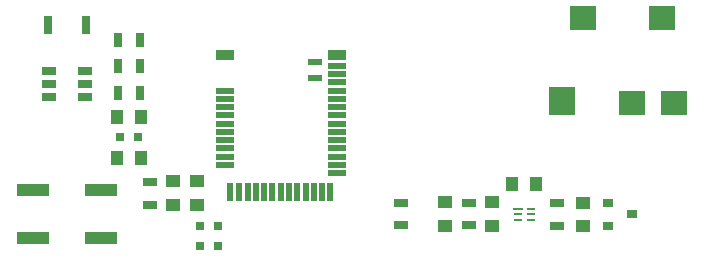
<source format=gtp>
G04 #@! TF.GenerationSoftware,KiCad,Pcbnew,no-vcs-found-e5c4cfc~61~ubuntu16.04.1*
G04 #@! TF.CreationDate,2017-11-03T16:10:43+05:30*
G04 #@! TF.ProjectId,snap_rev2,736E61705F726576322E6B696361645F,rev?*
G04 #@! TF.SameCoordinates,Original*
G04 #@! TF.FileFunction,Paste,Top*
G04 #@! TF.FilePolarity,Positive*
%FSLAX46Y46*%
G04 Gerber Fmt 4.6, Leading zero omitted, Abs format (unit mm)*
G04 Created by KiCad (PCBNEW no-vcs-found-e5c4cfc~61~ubuntu16.04.1) date Fri Nov  3 16:10:43 2017*
%MOMM*%
%LPD*%
G01*
G04 APERTURE LIST*
%ADD10R,0.700000X1.300000*%
%ADD11R,0.750000X1.600000*%
%ADD12R,1.200000X0.500000*%
%ADD13R,1.600000X0.900000*%
%ADD14R,1.600000X0.500000*%
%ADD15R,0.500000X1.600000*%
%ADD16R,0.850000X0.280000*%
%ADD17R,0.750000X0.280000*%
%ADD18R,1.300000X0.700000*%
%ADD19R,0.900000X0.800000*%
%ADD20R,1.250000X1.000000*%
%ADD21R,1.000000X1.250000*%
%ADD22R,0.800000X0.750000*%
%ADD23R,2.200000X2.000000*%
%ADD24R,2.200000X2.400000*%
%ADD25R,2.750000X1.000000*%
G04 APERTURE END LIST*
D10*
X61300000Y-93500000D03*
X63200000Y-93500000D03*
D11*
X55375000Y-90000000D03*
X58625000Y-90000000D03*
D12*
X78000000Y-94500000D03*
X78000000Y-93100000D03*
D13*
X79850000Y-92550000D03*
D14*
X79850000Y-93450000D03*
X79850000Y-94150000D03*
X79850000Y-94850000D03*
X79850000Y-95550000D03*
X79850000Y-96250000D03*
X79850000Y-96950000D03*
X79850000Y-97650000D03*
X79850000Y-98350000D03*
X79850000Y-99050000D03*
X79850000Y-99750000D03*
X79850000Y-100450000D03*
X79850000Y-101150000D03*
X79850000Y-101850000D03*
X79850000Y-102550000D03*
D15*
X79300000Y-104100000D03*
X78600000Y-104100000D03*
X77900000Y-104100000D03*
X77200000Y-104100000D03*
X76500000Y-104100000D03*
X75800000Y-104100000D03*
X75100000Y-104100000D03*
X74400000Y-104100000D03*
X73700000Y-104100000D03*
X73000000Y-104100000D03*
X72300000Y-104100000D03*
X71600000Y-104100000D03*
D14*
X70350000Y-101850000D03*
X70350000Y-101150000D03*
X70350000Y-100450000D03*
X70350000Y-99750000D03*
X70350000Y-99050000D03*
X70350000Y-98350000D03*
X70350000Y-97650000D03*
X70350000Y-96950000D03*
X70350000Y-96250000D03*
D13*
X70350000Y-92550000D03*
D14*
X70350000Y-95550000D03*
D15*
X70800000Y-104100000D03*
D16*
X95197000Y-105545000D03*
D17*
X95147000Y-106045000D03*
X95147000Y-106545000D03*
X96297000Y-106545000D03*
X96297000Y-106045000D03*
X96297000Y-105545000D03*
D18*
X64000000Y-105200000D03*
X64000000Y-103300000D03*
D10*
X61300000Y-95750000D03*
X63200000Y-95750000D03*
X61300000Y-91250000D03*
X63200000Y-91250000D03*
D18*
X85250000Y-106950000D03*
X85250000Y-105050000D03*
X98516000Y-105095000D03*
X98516000Y-106995000D03*
X91000000Y-106950000D03*
X91000000Y-105050000D03*
D19*
X102850000Y-105095000D03*
X102850000Y-106995000D03*
X104850000Y-106045000D03*
D20*
X93000000Y-105000000D03*
X93000000Y-107000000D03*
D21*
X61250000Y-101250000D03*
X63250000Y-101250000D03*
D22*
X61500000Y-99500000D03*
X63000000Y-99500000D03*
D18*
X55450000Y-93900000D03*
X55450000Y-95000000D03*
X55450000Y-96100000D03*
X58550000Y-96100000D03*
X58550000Y-95000000D03*
X58550000Y-93900000D03*
D21*
X94722000Y-103505000D03*
X96722000Y-103505000D03*
D22*
X68250000Y-108750000D03*
X69750000Y-108750000D03*
D20*
X68000000Y-103250000D03*
X68000000Y-105250000D03*
D22*
X68250000Y-107000000D03*
X69750000Y-107000000D03*
D20*
X66000000Y-103250000D03*
X66000000Y-105250000D03*
X89000000Y-107000000D03*
X89000000Y-105000000D03*
X100675000Y-107045000D03*
X100675000Y-105045000D03*
D21*
X63250000Y-97750000D03*
X61250000Y-97750000D03*
D23*
X107400000Y-89400000D03*
X100700000Y-89400000D03*
X108400000Y-96600000D03*
X104800000Y-96600000D03*
D24*
X98900000Y-96400000D03*
D25*
X59875000Y-104000000D03*
X54125000Y-104000000D03*
X54125000Y-108000000D03*
X59875000Y-108000000D03*
M02*

</source>
